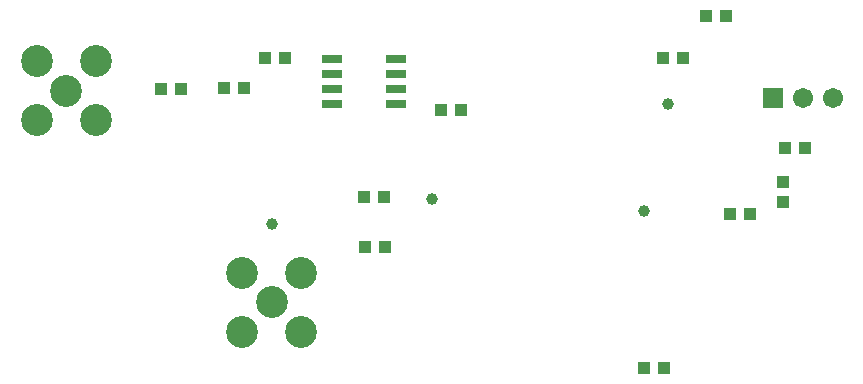
<source format=gts>
G04*
G04 #@! TF.GenerationSoftware,Altium Limited,Altium Designer,22.6.1 (34)*
G04*
G04 Layer_Color=8388736*
%FSLAX44Y44*%
%MOMM*%
G71*
G04*
G04 #@! TF.SameCoordinates,4A2B6ED2-E769-494B-A906-BAD3D60E24F7*
G04*
G04*
G04 #@! TF.FilePolarity,Negative*
G04*
G01*
G75*
%ADD12R,1.7532X0.8032*%
%ADD13R,0.9832X1.1132*%
%ADD14R,1.1132X0.9832*%
%ADD15C,2.7032*%
%ADD16R,1.7032X1.7032*%
%ADD17C,1.7032*%
%ADD18C,1.0032*%
D12*
X646430Y1174750D02*
D03*
Y1187450D02*
D03*
Y1162050D02*
D03*
Y1149350D02*
D03*
X592430Y1187450D02*
D03*
Y1174750D02*
D03*
Y1162050D02*
D03*
Y1149350D02*
D03*
D13*
X552450Y1188720D02*
D03*
X535550D02*
D03*
X684530Y1144270D02*
D03*
X701430D02*
D03*
X463940Y1162050D02*
D03*
X447040D02*
D03*
X619760Y1028700D02*
D03*
X636660D02*
D03*
X992260Y1112520D02*
D03*
X975360D02*
D03*
X855980Y925830D02*
D03*
X872880D02*
D03*
X500380Y1163320D02*
D03*
X517280D02*
D03*
X619125Y1071245D02*
D03*
X636025D02*
D03*
X908930Y1224280D02*
D03*
X925830D02*
D03*
X946150Y1056640D02*
D03*
X929250D02*
D03*
X872100Y1188720D02*
D03*
X889000D02*
D03*
D14*
X974090Y1066410D02*
D03*
Y1083310D02*
D03*
D15*
X516020Y1006710D02*
D03*
X566020D02*
D03*
Y956710D02*
D03*
X516020D02*
D03*
X541020Y981710D02*
D03*
X342030Y1185780D02*
D03*
X392030D02*
D03*
Y1135780D02*
D03*
X342030D02*
D03*
X367030Y1160780D02*
D03*
D16*
X965200Y1154430D02*
D03*
D17*
X990600D02*
D03*
X1016000D02*
D03*
D18*
X676910Y1069340D02*
D03*
X541020Y1047750D02*
D03*
X876300Y1149350D02*
D03*
X855980Y1059180D02*
D03*
M02*

</source>
